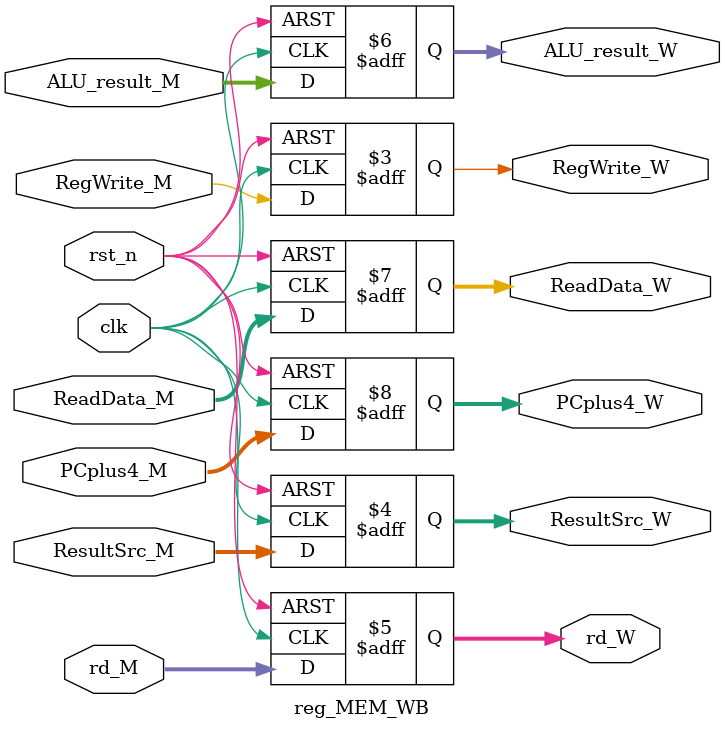
<source format=v>
module reg_MEM_WB #(
	parameter RESULTSRC_WIDTH = 2,
	parameter REG_ADDR_WIDTH = 5,
	parameter ALU_RESULT_WIDTH = 32,
	parameter DATA_WIDTH = 32,
	parameter PC_WIDTH = 32
)(
	input clk,
	input rst_n,

	input RegWrite_M,
	input [RESULTSRC_WIDTH-1:0] ResultSrc_M,
	input [REG_ADDR_WIDTH-1:0] rd_M,
	input [ALU_RESULT_WIDTH-1:0] ALU_result_M,
	input [DATA_WIDTH-1:0] ReadData_M,
	input [PC_WIDTH-1:0] PCplus4_M,

	output reg RegWrite_W,
	output reg [RESULTSRC_WIDTH-1:0] ResultSrc_W,
	output reg [REG_ADDR_WIDTH-1:0] rd_W,
	output reg [ALU_RESULT_WIDTH-1:0] ALU_result_W,
	output reg [DATA_WIDTH-1:0] ReadData_W,
	output reg [PC_WIDTH-1:0] PCplus4_W
);

always @ (posedge clk or negedge rst_n) begin
	if (!rst_n) begin
		RegWrite_W <= 0;
		ResultSrc_W <= 0;
		rd_W <= 0;
		ALU_result_W <= 0;
		ReadData_W <= 0;
		PCplus4_W <= 0;
	end
	else begin
		RegWrite_W <= RegWrite_M;
		ResultSrc_W <= ResultSrc_M;
		rd_W <= rd_M;
		ALU_result_W <= ALU_result_M;
		ReadData_W <= ReadData_M;
		PCplus4_W <= PCplus4_M;
	end
end

endmodule 
</source>
